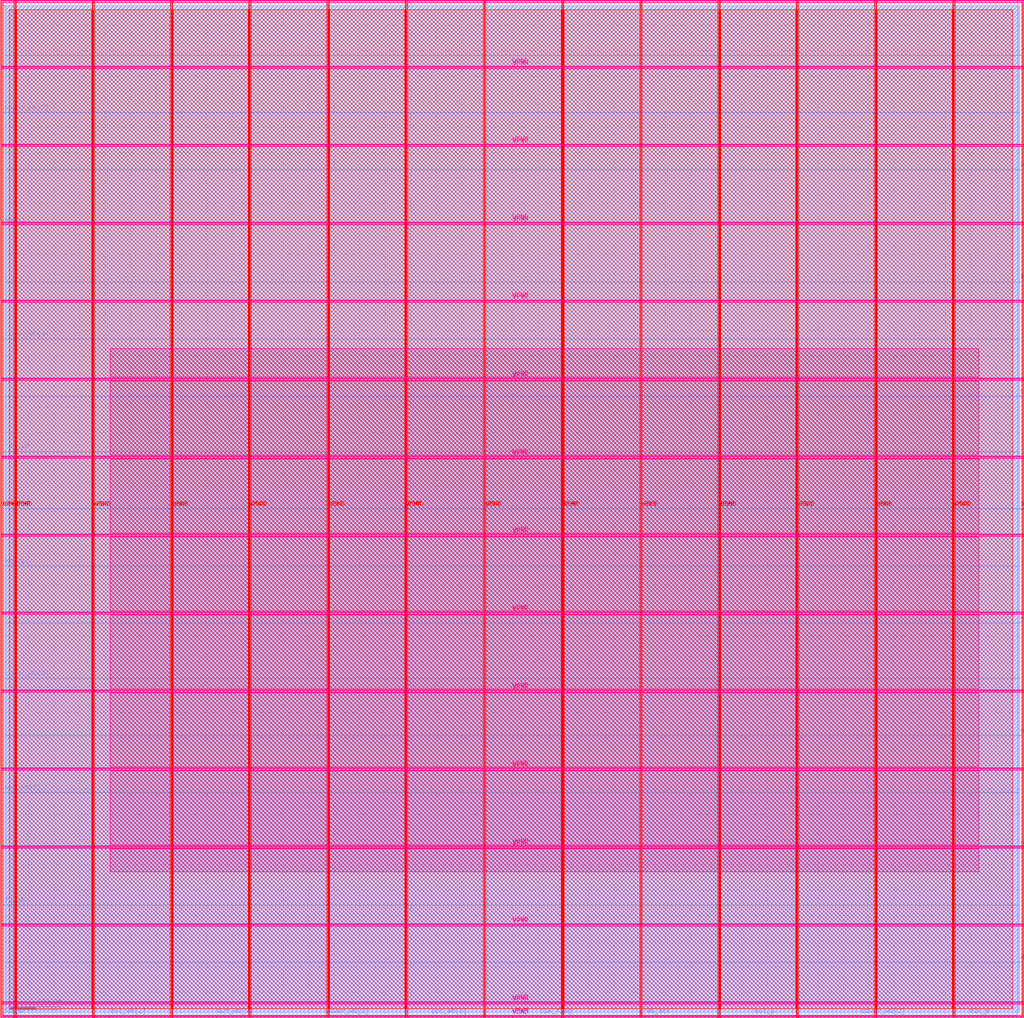
<source format=lef>
VERSION 5.7 ;
  NOWIREEXTENSIONATPIN ON ;
  DIVIDERCHAR "/" ;
  BUSBITCHARS "[]" ;
MACRO select_wrapper
  CLASS BLOCK ;
  FOREIGN select_wrapper ;
  ORIGIN 0.000 0.000 ;
  SIZE 2000.000 BY 2000.000 ;
  PIN VGND
    DIRECTION INOUT ;
    USE GROUND ;
    PORT
      LAYER met4 ;
        RECT -5.380 -0.020 -3.780 1999.220 ;
    END
    PORT
      LAYER met5 ;
        RECT -5.380 -0.020 2005.000 1.580 ;
    END
    PORT
      LAYER met5 ;
        RECT -5.380 1997.620 2005.000 1999.220 ;
    END
    PORT
      LAYER met4 ;
        RECT 2003.400 -0.020 2005.000 1999.220 ;
    END
    PORT
      LAYER met4 ;
        RECT 24.340 -0.020 25.940 1999.220 ;
    END
    PORT
      LAYER met4 ;
        RECT 177.940 -0.020 179.540 1999.220 ;
    END
    PORT
      LAYER met4 ;
        RECT 331.540 -0.020 333.140 1999.220 ;
    END
    PORT
      LAYER met4 ;
        RECT 485.140 -0.020 486.740 1999.220 ;
    END
    PORT
      LAYER met4 ;
        RECT 638.740 -0.020 640.340 1999.220 ;
    END
    PORT
      LAYER met4 ;
        RECT 792.340 -0.020 793.940 1999.220 ;
    END
    PORT
      LAYER met4 ;
        RECT 945.940 -0.020 947.540 1999.220 ;
    END
    PORT
      LAYER met4 ;
        RECT 1099.540 -0.020 1101.140 1999.220 ;
    END
    PORT
      LAYER met4 ;
        RECT 1253.140 -0.020 1254.740 1999.220 ;
    END
    PORT
      LAYER met4 ;
        RECT 1406.740 -0.020 1408.340 1999.220 ;
    END
    PORT
      LAYER met4 ;
        RECT 1560.340 -0.020 1561.940 1999.220 ;
    END
    PORT
      LAYER met4 ;
        RECT 1713.940 -0.020 1715.540 1999.220 ;
    END
    PORT
      LAYER met4 ;
        RECT 1867.540 -0.020 1869.140 1999.220 ;
    END
    PORT
      LAYER met5 ;
        RECT -5.380 30.030 2005.000 31.630 ;
    END
    PORT
      LAYER met5 ;
        RECT -5.380 183.210 2005.000 184.810 ;
    END
    PORT
      LAYER met5 ;
        RECT -5.380 336.390 2005.000 337.990 ;
    END
    PORT
      LAYER met5 ;
        RECT -5.380 489.570 2005.000 491.170 ;
    END
    PORT
      LAYER met5 ;
        RECT -5.380 642.750 2005.000 644.350 ;
    END
    PORT
      LAYER met5 ;
        RECT -5.380 795.930 2005.000 797.530 ;
    END
    PORT
      LAYER met5 ;
        RECT -5.380 949.110 2005.000 950.710 ;
    END
    PORT
      LAYER met5 ;
        RECT -5.380 1102.290 2005.000 1103.890 ;
    END
    PORT
      LAYER met5 ;
        RECT -5.380 1255.470 2005.000 1257.070 ;
    END
    PORT
      LAYER met5 ;
        RECT -5.380 1408.650 2005.000 1410.250 ;
    END
    PORT
      LAYER met5 ;
        RECT -5.380 1561.830 2005.000 1563.430 ;
    END
    PORT
      LAYER met5 ;
        RECT -5.380 1715.010 2005.000 1716.610 ;
    END
    PORT
      LAYER met5 ;
        RECT -5.380 1868.190 2005.000 1869.790 ;
    END
  END VGND
  PIN VPWR
    DIRECTION INOUT ;
    USE POWER ;
    PORT
      LAYER met4 ;
        RECT -2.080 3.280 -0.480 1995.920 ;
    END
    PORT
      LAYER met5 ;
        RECT -2.080 3.280 2001.700 4.880 ;
    END
    PORT
      LAYER met5 ;
        RECT -2.080 1994.320 2001.700 1995.920 ;
    END
    PORT
      LAYER met4 ;
        RECT 2000.100 3.280 2001.700 1995.920 ;
    END
    PORT
      LAYER met4 ;
        RECT 21.040 -0.020 22.640 1999.220 ;
    END
    PORT
      LAYER met4 ;
        RECT 174.640 -0.020 176.240 1999.220 ;
    END
    PORT
      LAYER met4 ;
        RECT 328.240 -0.020 329.840 1999.220 ;
    END
    PORT
      LAYER met4 ;
        RECT 481.840 -0.020 483.440 1999.220 ;
    END
    PORT
      LAYER met4 ;
        RECT 635.440 -0.020 637.040 1999.220 ;
    END
    PORT
      LAYER met4 ;
        RECT 789.040 -0.020 790.640 1999.220 ;
    END
    PORT
      LAYER met4 ;
        RECT 942.640 -0.020 944.240 1999.220 ;
    END
    PORT
      LAYER met4 ;
        RECT 1096.240 -0.020 1097.840 1999.220 ;
    END
    PORT
      LAYER met4 ;
        RECT 1249.840 -0.020 1251.440 1999.220 ;
    END
    PORT
      LAYER met4 ;
        RECT 1403.440 -0.020 1405.040 1999.220 ;
    END
    PORT
      LAYER met4 ;
        RECT 1557.040 -0.020 1558.640 1999.220 ;
    END
    PORT
      LAYER met4 ;
        RECT 1710.640 -0.020 1712.240 1999.220 ;
    END
    PORT
      LAYER met4 ;
        RECT 1864.240 -0.020 1865.840 1999.220 ;
    END
    PORT
      LAYER met5 ;
        RECT -5.380 26.730 2005.000 28.330 ;
    END
    PORT
      LAYER met5 ;
        RECT -5.380 179.910 2005.000 181.510 ;
    END
    PORT
      LAYER met5 ;
        RECT -5.380 333.090 2005.000 334.690 ;
    END
    PORT
      LAYER met5 ;
        RECT -5.380 486.270 2005.000 487.870 ;
    END
    PORT
      LAYER met5 ;
        RECT -5.380 639.450 2005.000 641.050 ;
    END
    PORT
      LAYER met5 ;
        RECT -5.380 792.630 2005.000 794.230 ;
    END
    PORT
      LAYER met5 ;
        RECT -5.380 945.810 2005.000 947.410 ;
    END
    PORT
      LAYER met5 ;
        RECT -5.380 1098.990 2005.000 1100.590 ;
    END
    PORT
      LAYER met5 ;
        RECT -5.380 1252.170 2005.000 1253.770 ;
    END
    PORT
      LAYER met5 ;
        RECT -5.380 1405.350 2005.000 1406.950 ;
    END
    PORT
      LAYER met5 ;
        RECT -5.380 1558.530 2005.000 1560.130 ;
    END
    PORT
      LAYER met5 ;
        RECT -5.380 1711.710 2005.000 1713.310 ;
    END
    PORT
      LAYER met5 ;
        RECT -5.380 1864.890 2005.000 1866.490 ;
    END
  END VPWR
  PIN clk_flag
    DIRECTION OUTPUT TRISTATE ;
    USE SIGNAL ;
    PORT
      LAYER met2 ;
        RECT 1053.030 1.000 1053.310 4.000 ;
    END
  END clk_flag
  PIN clk_p
    DIRECTION INPUT ;
    USE SIGNAL ;
    PORT
      LAYER met2 ;
        RECT 1896.670 1.000 1896.950 4.000 ;
    END
  END clk_p
  PIN clk_wb
    DIRECTION INPUT ;
    USE SIGNAL ;
    PORT
      LAYER met2 ;
        RECT 421.910 1996.000 422.190 1999.000 ;
    END
  END clk_wb
  PIN cover_p
    DIRECTION INPUT ;
    USE SIGNAL ;
    PORT
      LAYER met2 ;
        RECT 1684.150 1996.000 1684.430 1999.000 ;
    END
  END cover_p
  PIN cover_wb[0]
    DIRECTION INPUT ;
    USE SIGNAL ;
    PORT
      LAYER met3 ;
        RECT 1.000 666.440 4.000 667.040 ;
    END
  END cover_wb[0]
  PIN cover_wb[1]
    DIRECTION INPUT ;
    USE SIGNAL ;
    PORT
      LAYER met2 ;
        RECT 631.210 1.000 631.490 4.000 ;
    END
  END cover_wb[1]
  PIN cover_wb[2]
    DIRECTION INPUT ;
    USE SIGNAL ;
    PORT
      LAYER met2 ;
        RECT 1684.150 1.000 1684.430 4.000 ;
    END
  END cover_wb[2]
  PIN cover_wb[3]
    DIRECTION INPUT ;
    USE SIGNAL ;
    PORT
      LAYER met2 ;
        RECT 1474.850 1996.000 1475.130 1999.000 ;
    END
  END cover_wb[3]
  PIN cover_wb[4]
    DIRECTION INPUT ;
    USE SIGNAL ;
    PORT
      LAYER met3 ;
        RECT 1.000 1332.840 4.000 1333.440 ;
    END
  END cover_wb[4]
  PIN cover_wb[5]
    DIRECTION INPUT ;
    USE SIGNAL ;
    PORT
      LAYER met3 ;
        RECT 1996.000 1220.640 1999.000 1221.240 ;
    END
  END cover_wb[5]
  PIN cover_wb[6]
    DIRECTION INPUT ;
    USE SIGNAL ;
    PORT
      LAYER met2 ;
        RECT 1262.330 1996.000 1262.610 1999.000 ;
    END
  END cover_wb[6]
  PIN cover_wb[7]
    DIRECTION INPUT ;
    USE SIGNAL ;
    PORT
      LAYER met3 ;
        RECT 1.000 1778.240 4.000 1778.840 ;
    END
  END cover_wb[7]
  PIN data1
    DIRECTION INPUT ;
    USE SIGNAL ;
    PORT
      LAYER met3 ;
        RECT 1.000 1557.240 4.000 1557.840 ;
    END
  END data1
  PIN data2
    DIRECTION INPUT ;
    USE SIGNAL ;
    PORT
      LAYER met3 ;
        RECT 1996.000 108.840 1999.000 109.440 ;
    END
  END data2
  PIN flag1
    DIRECTION OUTPUT TRISTATE ;
    USE SIGNAL ;
    PORT
      LAYER met3 ;
        RECT 1996.000 999.640 1999.000 1000.240 ;
    END
  END flag1
  PIN flag2
    DIRECTION OUTPUT TRISTATE ;
    USE SIGNAL ;
    PORT
      LAYER met3 ;
        RECT 1996.000 1445.040 1999.000 1445.640 ;
    END
  END flag2
  PIN flag4
    DIRECTION OUTPUT TRISTATE ;
    USE SIGNAL ;
    PORT
      LAYER met2 ;
        RECT 0.090 1.000 0.370 4.000 ;
    END
  END flag4
  PIN flag5
    DIRECTION OUTPUT TRISTATE ;
    USE SIGNAL ;
    PORT
      LAYER met2 ;
        RECT 1053.030 1996.000 1053.310 1999.000 ;
    END
  END flag5
  PIN flag6
    DIRECTION OUTPUT TRISTATE ;
    USE SIGNAL ;
    PORT
      LAYER met3 ;
        RECT 1.000 221.040 4.000 221.640 ;
    END
  END flag6
  PIN key1
    DIRECTION INPUT ;
    USE SIGNAL ;
    PORT
      LAYER met2 ;
        RECT 631.210 1996.000 631.490 1999.000 ;
    END
  END key1
  PIN key2
    DIRECTION INPUT ;
    USE SIGNAL ;
    PORT
      LAYER met2 ;
        RECT 209.390 1996.000 209.670 1999.000 ;
    END
  END key2
  PIN out_p
    DIRECTION OUTPUT TRISTATE ;
    USE SIGNAL ;
    PORT
      LAYER met2 ;
        RECT 1474.850 1.000 1475.130 4.000 ;
    END
  END out_p
  PIN out_wb[0]
    DIRECTION OUTPUT TRISTATE ;
    USE SIGNAL ;
    PORT
      LAYER met2 ;
        RECT 1896.670 1996.000 1896.950 1999.000 ;
    END
  END out_wb[0]
  PIN out_wb[1]
    DIRECTION OUTPUT TRISTATE ;
    USE SIGNAL ;
    PORT
      LAYER met3 ;
        RECT 1996.000 333.240 1999.000 333.840 ;
    END
  END out_wb[1]
  PIN out_wb[2]
    DIRECTION OUTPUT TRISTATE ;
    USE SIGNAL ;
    PORT
      LAYER met2 ;
        RECT 209.390 1.000 209.670 4.000 ;
    END
  END out_wb[2]
  PIN out_wb[3]
    DIRECTION OUTPUT TRISTATE ;
    USE SIGNAL ;
    PORT
      LAYER met2 ;
        RECT 418.690 1.000 418.970 4.000 ;
    END
  END out_wb[3]
  PIN out_wb[4]
    DIRECTION OUTPUT TRISTATE ;
    USE SIGNAL ;
    PORT
      LAYER met3 ;
        RECT 1.000 442.040 4.000 442.640 ;
    END
  END out_wb[4]
  PIN out_wb[5]
    DIRECTION OUTPUT TRISTATE ;
    USE SIGNAL ;
    PORT
      LAYER met3 ;
        RECT 1996.000 554.240 1999.000 554.840 ;
    END
  END out_wb[5]
  PIN out_wb[6]
    DIRECTION OUTPUT TRISTATE ;
    USE SIGNAL ;
    PORT
      LAYER met2 ;
        RECT 840.510 1.000 840.790 4.000 ;
    END
  END out_wb[6]
  PIN out_wb[7]
    DIRECTION OUTPUT TRISTATE ;
    USE SIGNAL ;
    PORT
      LAYER met3 ;
        RECT 1996.000 1666.040 1999.000 1666.640 ;
    END
  END out_wb[7]
  PIN rst_p
    DIRECTION INPUT ;
    USE SIGNAL ;
    PORT
      LAYER met3 ;
        RECT 1996.000 1890.440 1999.000 1891.040 ;
    END
  END rst_p
  PIN rst_wb
    DIRECTION INPUT ;
    USE SIGNAL ;
    PORT
      LAYER met3 ;
        RECT 1.000 1111.840 4.000 1112.440 ;
    END
  END rst_wb
  PIN sel
    DIRECTION INPUT ;
    USE SIGNAL ;
    PORT
      LAYER met2 ;
        RECT 840.510 1996.000 840.790 1999.000 ;
    END
  END sel
  PIN wb_ack
    DIRECTION OUTPUT TRISTATE ;
    USE SIGNAL ;
    PORT
      LAYER met2 ;
        RECT 1262.330 1.000 1262.610 4.000 ;
    END
  END wb_ack
  PIN wb_cyc
    DIRECTION INPUT ;
    USE SIGNAL ;
    PORT
      LAYER met3 ;
        RECT 1.000 887.440 4.000 888.040 ;
    END
  END wb_cyc
  PIN wb_stb
    DIRECTION INPUT ;
    USE SIGNAL ;
    PORT
      LAYER met2 ;
        RECT 0.090 1996.000 0.370 1999.000 ;
    END
  END wb_stb
  PIN wb_we
    DIRECTION INPUT ;
    USE SIGNAL ;
    PORT
      LAYER met3 ;
        RECT 1996.000 775.240 1999.000 775.840 ;
    END
  END wb_we
  OBS
      LAYER li1 ;
        RECT 5.520 10.795 1994.100 1988.405 ;
      LAYER met1 ;
        RECT 0.070 10.640 1994.400 1988.560 ;
      LAYER met2 ;
        RECT 0.650 1995.720 209.110 1996.000 ;
        RECT 209.950 1995.720 421.630 1996.000 ;
        RECT 422.470 1995.720 630.930 1996.000 ;
        RECT 631.770 1995.720 840.230 1996.000 ;
        RECT 841.070 1995.720 1052.750 1996.000 ;
        RECT 1053.590 1995.720 1262.050 1996.000 ;
        RECT 1262.890 1995.720 1474.570 1996.000 ;
        RECT 1475.410 1995.720 1683.870 1996.000 ;
        RECT 1684.710 1995.720 1896.390 1996.000 ;
        RECT 1897.230 1995.720 1992.160 1996.000 ;
        RECT 0.100 4.280 1992.160 1995.720 ;
        RECT 0.650 3.670 209.110 4.280 ;
        RECT 209.950 3.670 418.410 4.280 ;
        RECT 419.250 3.670 630.930 4.280 ;
        RECT 631.770 3.670 840.230 4.280 ;
        RECT 841.070 3.670 1052.750 4.280 ;
        RECT 1053.590 3.670 1262.050 4.280 ;
        RECT 1262.890 3.670 1474.570 4.280 ;
        RECT 1475.410 3.670 1683.870 4.280 ;
        RECT 1684.710 3.670 1896.390 4.280 ;
        RECT 1897.230 3.670 1992.160 4.280 ;
      LAYER met3 ;
        RECT 4.000 1891.440 1996.000 1988.485 ;
        RECT 4.000 1890.040 1995.600 1891.440 ;
        RECT 4.000 1779.240 1996.000 1890.040 ;
        RECT 4.400 1777.840 1996.000 1779.240 ;
        RECT 4.000 1667.040 1996.000 1777.840 ;
        RECT 4.000 1665.640 1995.600 1667.040 ;
        RECT 4.000 1558.240 1996.000 1665.640 ;
        RECT 4.400 1556.840 1996.000 1558.240 ;
        RECT 4.000 1446.040 1996.000 1556.840 ;
        RECT 4.000 1444.640 1995.600 1446.040 ;
        RECT 4.000 1333.840 1996.000 1444.640 ;
        RECT 4.400 1332.440 1996.000 1333.840 ;
        RECT 4.000 1221.640 1996.000 1332.440 ;
        RECT 4.000 1220.240 1995.600 1221.640 ;
        RECT 4.000 1112.840 1996.000 1220.240 ;
        RECT 4.400 1111.440 1996.000 1112.840 ;
        RECT 4.000 1000.640 1996.000 1111.440 ;
        RECT 4.000 999.240 1995.600 1000.640 ;
        RECT 4.000 888.440 1996.000 999.240 ;
        RECT 4.400 887.040 1996.000 888.440 ;
        RECT 4.000 776.240 1996.000 887.040 ;
        RECT 4.000 774.840 1995.600 776.240 ;
        RECT 4.000 667.440 1996.000 774.840 ;
        RECT 4.400 666.040 1996.000 667.440 ;
        RECT 4.000 555.240 1996.000 666.040 ;
        RECT 4.000 553.840 1995.600 555.240 ;
        RECT 4.000 443.040 1996.000 553.840 ;
        RECT 4.400 441.640 1996.000 443.040 ;
        RECT 4.000 334.240 1996.000 441.640 ;
        RECT 4.000 332.840 1995.600 334.240 ;
        RECT 4.000 222.040 1996.000 332.840 ;
        RECT 4.400 220.640 1996.000 222.040 ;
        RECT 4.000 109.840 1996.000 220.640 ;
        RECT 4.000 108.440 1995.600 109.840 ;
        RECT 4.000 10.715 1996.000 108.440 ;
      LAYER met4 ;
        RECT 12.255 17.855 20.640 1980.665 ;
        RECT 23.040 17.855 23.940 1980.665 ;
        RECT 26.340 17.855 174.240 1980.665 ;
        RECT 176.640 17.855 177.540 1980.665 ;
        RECT 179.940 17.855 327.840 1980.665 ;
        RECT 330.240 17.855 331.140 1980.665 ;
        RECT 333.540 17.855 481.440 1980.665 ;
        RECT 483.840 17.855 484.740 1980.665 ;
        RECT 487.140 17.855 635.040 1980.665 ;
        RECT 637.440 17.855 638.340 1980.665 ;
        RECT 640.740 17.855 788.640 1980.665 ;
        RECT 791.040 17.855 791.940 1980.665 ;
        RECT 794.340 17.855 942.240 1980.665 ;
        RECT 944.640 17.855 945.540 1980.665 ;
        RECT 947.940 17.855 1095.840 1980.665 ;
        RECT 1098.240 17.855 1099.140 1980.665 ;
        RECT 1101.540 17.855 1249.440 1980.665 ;
        RECT 1251.840 17.855 1252.740 1980.665 ;
        RECT 1255.140 17.855 1403.040 1980.665 ;
        RECT 1405.440 17.855 1406.340 1980.665 ;
        RECT 1408.740 17.855 1556.640 1980.665 ;
        RECT 1559.040 17.855 1559.940 1980.665 ;
        RECT 1562.340 17.855 1710.240 1980.665 ;
        RECT 1712.640 17.855 1713.540 1980.665 ;
        RECT 1715.940 17.855 1863.840 1980.665 ;
        RECT 1866.240 17.855 1867.140 1980.665 ;
        RECT 1869.540 17.855 1982.305 1980.665 ;
      LAYER met5 ;
        RECT 210.340 1258.670 1915.780 1314.900 ;
        RECT 210.340 1105.490 1915.780 1250.570 ;
        RECT 210.340 952.310 1915.780 1097.390 ;
        RECT 210.340 799.130 1915.780 944.210 ;
        RECT 210.340 645.950 1915.780 791.030 ;
        RECT 210.340 492.770 1915.780 637.850 ;
        RECT 210.340 339.590 1915.780 484.670 ;
        RECT 210.340 286.500 1915.780 331.490 ;
  END
END select_wrapper
END LIBRARY


</source>
